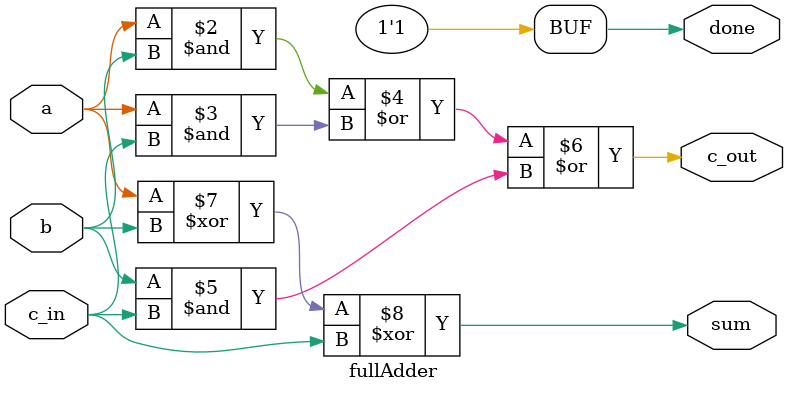
<source format=v>
module fullAdder(a,b,c_in,sum,c_out,done);

    input a,b,c_in;
    output reg sum,c_out,done;

    always @ (*)
    begin
        done = 0;
        c_out = (a&b)|(a&c_in)|(b&c_in);
        sum = a^b^c_in;
        done = 1;
    end

endmodule
</source>
